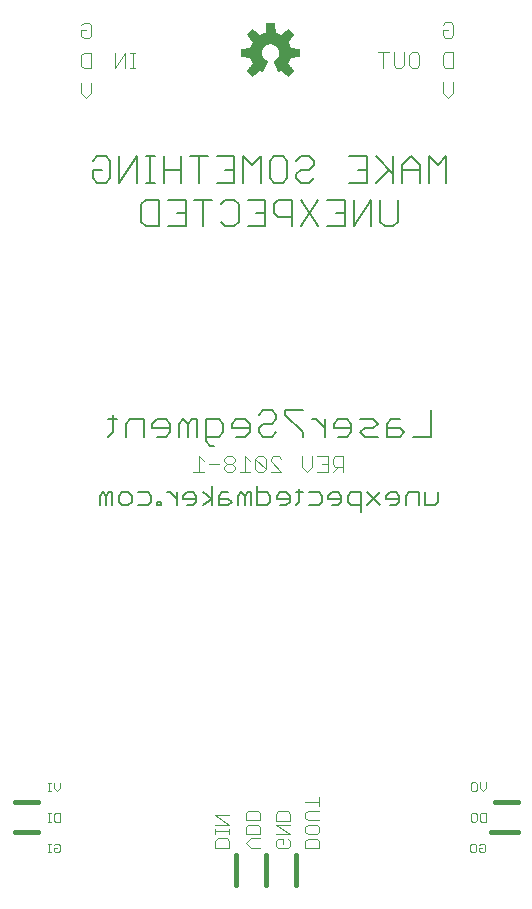
<source format=gbo>
G75*
%MOIN*%
%OFA0B0*%
%FSLAX25Y25*%
%IPPOS*%
%LPD*%
%AMOC8*
5,1,8,0,0,1.08239X$1,22.5*
%
%ADD10C,0.00800*%
%ADD11C,0.00600*%
%ADD12C,0.00400*%
%ADD13C,0.01600*%
%ADD14C,0.00300*%
D10*
X0087800Y0170514D02*
X0086332Y0171982D01*
X0086332Y0179322D01*
X0090736Y0179322D01*
X0092204Y0177854D01*
X0092204Y0174918D01*
X0090736Y0173450D01*
X0086332Y0173450D01*
X0087800Y0170514D02*
X0089268Y0170514D01*
X0083364Y0173450D02*
X0083364Y0179322D01*
X0081897Y0179322D01*
X0080429Y0177854D01*
X0078961Y0179322D01*
X0077493Y0177854D01*
X0077493Y0173450D01*
X0080429Y0173450D02*
X0080429Y0177854D01*
X0074525Y0177854D02*
X0074525Y0174918D01*
X0073057Y0173450D01*
X0070121Y0173450D01*
X0068653Y0176386D02*
X0074525Y0176386D01*
X0074525Y0177854D02*
X0073057Y0179322D01*
X0070121Y0179322D01*
X0068653Y0177854D01*
X0068653Y0176386D01*
X0065685Y0173450D02*
X0065685Y0179322D01*
X0061282Y0179322D01*
X0059814Y0177854D01*
X0059814Y0173450D01*
X0056846Y0179322D02*
X0053910Y0179322D01*
X0055378Y0180790D02*
X0055378Y0174918D01*
X0053910Y0173450D01*
X0095172Y0176386D02*
X0101044Y0176386D01*
X0101044Y0174918D02*
X0101044Y0177854D01*
X0099576Y0179322D01*
X0096640Y0179322D01*
X0095172Y0177854D01*
X0095172Y0176386D01*
X0096640Y0173450D02*
X0099576Y0173450D01*
X0101044Y0174918D01*
X0104011Y0174918D02*
X0105479Y0173450D01*
X0108415Y0173450D01*
X0109883Y0174918D01*
X0108415Y0177854D02*
X0105479Y0177854D01*
X0104011Y0176386D01*
X0104011Y0174918D01*
X0108415Y0177854D02*
X0109883Y0179322D01*
X0109883Y0180790D01*
X0108415Y0182258D01*
X0105479Y0182258D01*
X0104011Y0180790D01*
X0112851Y0180790D02*
X0118723Y0174918D01*
X0118723Y0173450D01*
X0121685Y0179322D02*
X0123153Y0179322D01*
X0126089Y0176386D01*
X0126089Y0173450D02*
X0126089Y0179322D01*
X0129057Y0177854D02*
X0129057Y0176386D01*
X0134929Y0176386D01*
X0134929Y0174918D02*
X0134929Y0177854D01*
X0133461Y0179322D01*
X0130525Y0179322D01*
X0129057Y0177854D01*
X0130525Y0173450D02*
X0133461Y0173450D01*
X0134929Y0174918D01*
X0137896Y0174918D02*
X0139364Y0176386D01*
X0142300Y0176386D01*
X0143768Y0177854D01*
X0142300Y0179322D01*
X0137896Y0179322D01*
X0137896Y0174918D02*
X0139364Y0173450D01*
X0143768Y0173450D01*
X0146736Y0173450D02*
X0146736Y0177854D01*
X0148204Y0179322D01*
X0151140Y0179322D01*
X0151140Y0176386D02*
X0146736Y0176386D01*
X0146736Y0173450D02*
X0151140Y0173450D01*
X0152608Y0174918D01*
X0151140Y0176386D01*
X0155576Y0173450D02*
X0161447Y0173450D01*
X0161447Y0182258D01*
X0148930Y0243750D02*
X0145994Y0243750D01*
X0144526Y0245218D01*
X0144526Y0252558D01*
X0141558Y0252558D02*
X0135687Y0243750D01*
X0135687Y0252558D01*
X0132719Y0252558D02*
X0132719Y0243750D01*
X0126847Y0243750D01*
X0129783Y0248154D02*
X0132719Y0248154D01*
X0132719Y0252558D02*
X0126847Y0252558D01*
X0123879Y0252558D02*
X0118007Y0243750D01*
X0115040Y0243750D02*
X0115040Y0252558D01*
X0110636Y0252558D01*
X0109168Y0251090D01*
X0109168Y0248154D01*
X0110636Y0246686D01*
X0115040Y0246686D01*
X0118007Y0252558D02*
X0123879Y0243750D01*
X0120938Y0258150D02*
X0118002Y0258150D01*
X0116534Y0259618D01*
X0116534Y0261086D01*
X0118002Y0262554D01*
X0120938Y0262554D01*
X0122406Y0264022D01*
X0122406Y0265490D01*
X0120938Y0266958D01*
X0118002Y0266958D01*
X0116534Y0265490D01*
X0113566Y0265490D02*
X0113566Y0259618D01*
X0112098Y0258150D01*
X0109163Y0258150D01*
X0107695Y0259618D01*
X0107695Y0265490D01*
X0109163Y0266958D01*
X0112098Y0266958D01*
X0113566Y0265490D01*
X0104727Y0266958D02*
X0104727Y0258150D01*
X0106200Y0252558D02*
X0100328Y0252558D01*
X0097360Y0251090D02*
X0097360Y0245218D01*
X0095893Y0243750D01*
X0092957Y0243750D01*
X0091489Y0245218D01*
X0091489Y0251090D02*
X0092957Y0252558D01*
X0095893Y0252558D01*
X0097360Y0251090D01*
X0095887Y0258150D02*
X0090016Y0258150D01*
X0092951Y0262554D02*
X0095887Y0262554D01*
X0095887Y0266958D02*
X0095887Y0258150D01*
X0098855Y0258150D02*
X0098855Y0266958D01*
X0101791Y0264022D01*
X0104727Y0266958D01*
X0095887Y0266958D02*
X0090016Y0266958D01*
X0087048Y0266958D02*
X0081176Y0266958D01*
X0078208Y0266958D02*
X0078208Y0258150D01*
X0078208Y0262554D02*
X0072336Y0262554D01*
X0072336Y0266958D02*
X0072336Y0258150D01*
X0069369Y0258150D02*
X0066433Y0258150D01*
X0067901Y0258150D02*
X0067901Y0266958D01*
X0069369Y0266958D02*
X0066433Y0266958D01*
X0063475Y0266958D02*
X0057604Y0258150D01*
X0057604Y0266958D01*
X0054636Y0265490D02*
X0054636Y0259618D01*
X0053168Y0258150D01*
X0050232Y0258150D01*
X0048764Y0259618D01*
X0048764Y0262554D01*
X0051700Y0262554D01*
X0054636Y0265490D02*
X0053168Y0266958D01*
X0050232Y0266958D01*
X0048764Y0265490D01*
X0063475Y0266958D02*
X0063475Y0258150D01*
X0066438Y0252558D02*
X0070842Y0252558D01*
X0070842Y0243750D01*
X0066438Y0243750D01*
X0064970Y0245218D01*
X0064970Y0251090D01*
X0066438Y0252558D01*
X0073810Y0252558D02*
X0079681Y0252558D01*
X0079681Y0243750D01*
X0073810Y0243750D01*
X0076745Y0248154D02*
X0079681Y0248154D01*
X0082649Y0252558D02*
X0088521Y0252558D01*
X0085585Y0252558D02*
X0085585Y0243750D01*
X0084112Y0258150D02*
X0084112Y0266958D01*
X0100328Y0243750D02*
X0106200Y0243750D01*
X0106200Y0252558D01*
X0106200Y0248154D02*
X0103264Y0248154D01*
X0120938Y0258150D02*
X0122406Y0259618D01*
X0134213Y0258150D02*
X0140085Y0258150D01*
X0140085Y0266958D01*
X0134213Y0266958D01*
X0137149Y0262554D02*
X0140085Y0262554D01*
X0143053Y0258150D02*
X0147457Y0262554D01*
X0148925Y0261086D02*
X0143053Y0266958D01*
X0148925Y0266958D02*
X0148925Y0258150D01*
X0151892Y0258150D02*
X0151892Y0264022D01*
X0154828Y0266958D01*
X0157764Y0264022D01*
X0157764Y0258150D01*
X0160732Y0258150D02*
X0160732Y0266958D01*
X0163668Y0264022D01*
X0166604Y0266958D01*
X0166604Y0258150D01*
X0157764Y0262554D02*
X0151892Y0262554D01*
X0150398Y0252558D02*
X0150398Y0245218D01*
X0148930Y0243750D01*
X0141558Y0243750D02*
X0141558Y0252558D01*
X0118723Y0182258D02*
X0112851Y0182258D01*
X0112851Y0180790D01*
D11*
X0103641Y0157055D02*
X0103641Y0150650D01*
X0106844Y0150650D01*
X0107911Y0151718D01*
X0107911Y0153853D01*
X0106844Y0154920D01*
X0103641Y0154920D01*
X0101466Y0154920D02*
X0101466Y0150650D01*
X0099331Y0150650D02*
X0099331Y0153853D01*
X0098263Y0154920D01*
X0097196Y0153853D01*
X0097196Y0150650D01*
X0095020Y0151718D02*
X0093953Y0152785D01*
X0090750Y0152785D01*
X0090750Y0153853D02*
X0090750Y0150650D01*
X0093953Y0150650D01*
X0095020Y0151718D01*
X0093953Y0154920D02*
X0091818Y0154920D01*
X0090750Y0153853D01*
X0088575Y0152785D02*
X0085372Y0154920D01*
X0083204Y0153853D02*
X0083204Y0151718D01*
X0082136Y0150650D01*
X0080001Y0150650D01*
X0078933Y0152785D02*
X0078933Y0153853D01*
X0080001Y0154920D01*
X0082136Y0154920D01*
X0083204Y0153853D01*
X0083204Y0152785D02*
X0078933Y0152785D01*
X0076758Y0152785D02*
X0074623Y0154920D01*
X0073556Y0154920D01*
X0076758Y0154920D02*
X0076758Y0150650D01*
X0071387Y0150650D02*
X0070319Y0150650D01*
X0070319Y0151718D01*
X0071387Y0151718D01*
X0071387Y0150650D01*
X0068164Y0151718D02*
X0067097Y0150650D01*
X0063894Y0150650D01*
X0061719Y0151718D02*
X0061719Y0153853D01*
X0060651Y0154920D01*
X0058516Y0154920D01*
X0057448Y0153853D01*
X0057448Y0151718D01*
X0058516Y0150650D01*
X0060651Y0150650D01*
X0061719Y0151718D01*
X0063894Y0154920D02*
X0067097Y0154920D01*
X0068164Y0153853D01*
X0068164Y0151718D01*
X0055273Y0150650D02*
X0055273Y0154920D01*
X0054206Y0154920D01*
X0053138Y0153853D01*
X0052071Y0154920D01*
X0051003Y0153853D01*
X0051003Y0150650D01*
X0053138Y0150650D02*
X0053138Y0153853D01*
X0085372Y0150650D02*
X0088575Y0152785D01*
X0088575Y0150650D02*
X0088575Y0157055D01*
X0099331Y0153853D02*
X0100398Y0154920D01*
X0101466Y0154920D01*
X0110087Y0153853D02*
X0110087Y0152785D01*
X0114357Y0152785D01*
X0114357Y0151718D02*
X0114357Y0153853D01*
X0113289Y0154920D01*
X0111154Y0154920D01*
X0110087Y0153853D01*
X0111154Y0150650D02*
X0113289Y0150650D01*
X0114357Y0151718D01*
X0116519Y0150650D02*
X0117586Y0151718D01*
X0117586Y0155988D01*
X0116519Y0154920D02*
X0118654Y0154920D01*
X0120829Y0154920D02*
X0124032Y0154920D01*
X0125099Y0153853D01*
X0125099Y0151718D01*
X0124032Y0150650D01*
X0120829Y0150650D01*
X0127275Y0152785D02*
X0131545Y0152785D01*
X0131545Y0151718D02*
X0131545Y0153853D01*
X0130477Y0154920D01*
X0128342Y0154920D01*
X0127275Y0153853D01*
X0127275Y0152785D01*
X0128342Y0150650D02*
X0130477Y0150650D01*
X0131545Y0151718D01*
X0133720Y0151718D02*
X0133720Y0153853D01*
X0134788Y0154920D01*
X0137990Y0154920D01*
X0137990Y0148515D01*
X0137990Y0150650D02*
X0134788Y0150650D01*
X0133720Y0151718D01*
X0140166Y0150650D02*
X0144436Y0154920D01*
X0146611Y0153853D02*
X0146611Y0152785D01*
X0150881Y0152785D01*
X0150881Y0151718D02*
X0150881Y0153853D01*
X0149814Y0154920D01*
X0147679Y0154920D01*
X0146611Y0153853D01*
X0147679Y0150650D02*
X0149814Y0150650D01*
X0150881Y0151718D01*
X0153057Y0150650D02*
X0153057Y0153853D01*
X0154124Y0154920D01*
X0157327Y0154920D01*
X0157327Y0150650D01*
X0159502Y0150650D02*
X0159502Y0154920D01*
X0159502Y0150650D02*
X0162705Y0150650D01*
X0163772Y0151718D01*
X0163772Y0154920D01*
X0144436Y0150650D02*
X0140166Y0154920D01*
D12*
X0132182Y0161800D02*
X0132182Y0167004D01*
X0129580Y0167004D01*
X0128712Y0166137D01*
X0128712Y0164402D01*
X0129580Y0163535D01*
X0132182Y0163535D01*
X0130447Y0163535D02*
X0128712Y0161800D01*
X0127026Y0161800D02*
X0123556Y0161800D01*
X0121869Y0163535D02*
X0120134Y0161800D01*
X0118400Y0163535D01*
X0118400Y0167004D01*
X0121869Y0167004D02*
X0121869Y0163535D01*
X0123556Y0167004D02*
X0127026Y0167004D01*
X0127026Y0161800D01*
X0127026Y0164402D02*
X0125291Y0164402D01*
X0111556Y0166137D02*
X0110689Y0167004D01*
X0108954Y0167004D01*
X0108087Y0166137D01*
X0108087Y0165270D01*
X0111556Y0161800D01*
X0108087Y0161800D01*
X0106400Y0162667D02*
X0106400Y0166137D01*
X0105533Y0167004D01*
X0103798Y0167004D01*
X0102930Y0166137D01*
X0106400Y0162667D01*
X0105533Y0161800D01*
X0103798Y0161800D01*
X0102930Y0162667D01*
X0102930Y0166137D01*
X0101244Y0165270D02*
X0099509Y0167004D01*
X0099509Y0161800D01*
X0101244Y0161800D02*
X0097774Y0161800D01*
X0096087Y0162667D02*
X0096087Y0163535D01*
X0095220Y0164402D01*
X0093485Y0164402D01*
X0092618Y0163535D01*
X0092618Y0162667D01*
X0093485Y0161800D01*
X0095220Y0161800D01*
X0096087Y0162667D01*
X0095220Y0164402D02*
X0096087Y0165270D01*
X0096087Y0166137D01*
X0095220Y0167004D01*
X0093485Y0167004D01*
X0092618Y0166137D01*
X0092618Y0165270D01*
X0093485Y0164402D01*
X0090931Y0164402D02*
X0087461Y0164402D01*
X0085774Y0165270D02*
X0084040Y0167004D01*
X0084040Y0161800D01*
X0085774Y0161800D02*
X0082305Y0161800D01*
X0124254Y0053332D02*
X0124254Y0050263D01*
X0124254Y0051798D02*
X0119650Y0051798D01*
X0120417Y0048728D02*
X0119650Y0047961D01*
X0119650Y0046426D01*
X0120417Y0045659D01*
X0124254Y0045659D01*
X0123486Y0044124D02*
X0124254Y0043357D01*
X0124254Y0041822D01*
X0123486Y0041055D01*
X0120417Y0041055D01*
X0119650Y0041822D01*
X0119650Y0043357D01*
X0120417Y0044124D01*
X0123486Y0044124D01*
X0124254Y0048728D02*
X0120417Y0048728D01*
X0114454Y0047861D02*
X0114454Y0045559D01*
X0109850Y0045559D01*
X0109850Y0047861D01*
X0110617Y0048628D01*
X0113686Y0048628D01*
X0114454Y0047861D01*
X0114454Y0044024D02*
X0109850Y0044024D01*
X0114454Y0040955D01*
X0109850Y0040955D01*
X0110617Y0039420D02*
X0112152Y0039420D01*
X0112152Y0037886D01*
X0113686Y0039420D02*
X0114454Y0038653D01*
X0114454Y0037118D01*
X0113686Y0036351D01*
X0110617Y0036351D01*
X0109850Y0037118D01*
X0109850Y0038653D01*
X0110617Y0039420D01*
X0104454Y0039620D02*
X0101384Y0039620D01*
X0099850Y0038086D01*
X0101384Y0036551D01*
X0104454Y0036551D01*
X0104454Y0041155D02*
X0099850Y0041155D01*
X0099850Y0043457D01*
X0100617Y0044224D01*
X0103686Y0044224D01*
X0104454Y0043457D01*
X0104454Y0041155D01*
X0104454Y0045759D02*
X0104454Y0048061D01*
X0103686Y0048828D01*
X0100617Y0048828D01*
X0099850Y0048061D01*
X0099850Y0045759D01*
X0104454Y0045759D01*
X0094254Y0044224D02*
X0089650Y0047294D01*
X0094254Y0047294D01*
X0094254Y0044224D02*
X0089650Y0044224D01*
X0089650Y0042690D02*
X0089650Y0041155D01*
X0089650Y0041922D02*
X0094254Y0041922D01*
X0094254Y0041155D02*
X0094254Y0042690D01*
X0093486Y0039620D02*
X0090417Y0039620D01*
X0089650Y0038853D01*
X0089650Y0036551D01*
X0094254Y0036551D01*
X0094254Y0038853D01*
X0093486Y0039620D01*
X0119650Y0038753D02*
X0119650Y0036451D01*
X0124254Y0036451D01*
X0124254Y0038753D01*
X0123486Y0039520D01*
X0120417Y0039520D01*
X0119650Y0038753D01*
X0167165Y0286500D02*
X0165430Y0288235D01*
X0165430Y0291704D01*
X0168900Y0291704D02*
X0168900Y0288235D01*
X0167165Y0286500D01*
X0166298Y0296500D02*
X0165430Y0297367D01*
X0165430Y0300837D01*
X0166298Y0301704D01*
X0168900Y0301704D01*
X0168900Y0296500D01*
X0166298Y0296500D01*
X0166298Y0306500D02*
X0165430Y0307367D01*
X0165430Y0309102D01*
X0167165Y0309102D01*
X0168900Y0307367D02*
X0168033Y0306500D01*
X0166298Y0306500D01*
X0168900Y0307367D02*
X0168900Y0310837D01*
X0168033Y0311704D01*
X0166298Y0311704D01*
X0165430Y0310837D01*
X0156783Y0301704D02*
X0157650Y0300837D01*
X0157650Y0297367D01*
X0156783Y0296500D01*
X0155048Y0296500D01*
X0154180Y0297367D01*
X0154180Y0300837D01*
X0155048Y0301704D01*
X0156783Y0301704D01*
X0152494Y0301704D02*
X0152494Y0297367D01*
X0151626Y0296500D01*
X0149891Y0296500D01*
X0149024Y0297367D01*
X0149024Y0301704D01*
X0147337Y0301704D02*
X0143868Y0301704D01*
X0145602Y0301704D02*
X0145602Y0296500D01*
X0062944Y0296350D02*
X0061209Y0296350D01*
X0062077Y0296350D02*
X0062077Y0301554D01*
X0062944Y0301554D02*
X0061209Y0301554D01*
X0059506Y0301554D02*
X0056037Y0296350D01*
X0056037Y0301554D01*
X0059506Y0301554D02*
X0059506Y0296350D01*
X0048256Y0296350D02*
X0045654Y0296350D01*
X0044787Y0297217D01*
X0044787Y0300687D01*
X0045654Y0301554D01*
X0048256Y0301554D01*
X0048256Y0296350D01*
X0048256Y0291554D02*
X0048256Y0288085D01*
X0046522Y0286350D01*
X0044787Y0288085D01*
X0044787Y0291554D01*
X0045654Y0306350D02*
X0044787Y0307217D01*
X0044787Y0308952D01*
X0046522Y0308952D01*
X0048256Y0307217D02*
X0047389Y0306350D01*
X0045654Y0306350D01*
X0048256Y0307217D02*
X0048256Y0310687D01*
X0047389Y0311554D01*
X0045654Y0311554D01*
X0044787Y0310687D01*
D13*
X0030350Y0041600D02*
X0022850Y0041600D01*
X0022850Y0051600D02*
X0030350Y0051600D01*
X0096600Y0034100D02*
X0096600Y0024100D01*
X0106600Y0024100D02*
X0106600Y0034100D01*
X0116600Y0034100D02*
X0116600Y0024100D01*
X0181600Y0041600D02*
X0190350Y0041600D01*
X0190350Y0051600D02*
X0182850Y0051600D01*
D14*
X0179699Y0048102D02*
X0179699Y0045200D01*
X0178248Y0045200D01*
X0177764Y0045683D01*
X0177764Y0047618D01*
X0178248Y0048102D01*
X0179699Y0048102D01*
X0176752Y0047618D02*
X0176752Y0045683D01*
X0176269Y0045200D01*
X0175301Y0045200D01*
X0174817Y0045683D01*
X0174817Y0047618D01*
X0175301Y0048102D01*
X0176269Y0048102D01*
X0176752Y0047618D01*
X0176269Y0055350D02*
X0175301Y0055350D01*
X0174817Y0055833D01*
X0174817Y0057768D01*
X0175301Y0058252D01*
X0176269Y0058252D01*
X0176752Y0057768D01*
X0176752Y0055833D01*
X0176269Y0055350D01*
X0177764Y0056317D02*
X0177764Y0058252D01*
X0179699Y0058252D02*
X0179699Y0056317D01*
X0178731Y0055350D01*
X0177764Y0056317D01*
X0178048Y0037852D02*
X0177564Y0037368D01*
X0178048Y0037852D02*
X0179015Y0037852D01*
X0179499Y0037368D01*
X0179499Y0035433D01*
X0179015Y0034950D01*
X0178048Y0034950D01*
X0177564Y0035433D01*
X0177564Y0036401D01*
X0178531Y0036401D01*
X0176552Y0037368D02*
X0176552Y0035433D01*
X0176069Y0034950D01*
X0175101Y0034950D01*
X0174617Y0035433D01*
X0174617Y0037368D01*
X0175101Y0037852D01*
X0176069Y0037852D01*
X0176552Y0037368D01*
X0037660Y0037368D02*
X0037660Y0035433D01*
X0037176Y0034950D01*
X0036208Y0034950D01*
X0035725Y0035433D01*
X0035725Y0036401D01*
X0036692Y0036401D01*
X0035725Y0037368D02*
X0036208Y0037852D01*
X0037176Y0037852D01*
X0037660Y0037368D01*
X0034713Y0037852D02*
X0033746Y0037852D01*
X0034229Y0037852D02*
X0034229Y0034950D01*
X0033746Y0034950D02*
X0034713Y0034950D01*
X0034713Y0045100D02*
X0033746Y0045100D01*
X0034229Y0045100D02*
X0034229Y0048002D01*
X0033746Y0048002D02*
X0034713Y0048002D01*
X0035725Y0047518D02*
X0036208Y0048002D01*
X0037660Y0048002D01*
X0037660Y0045100D01*
X0036208Y0045100D01*
X0035725Y0045583D01*
X0035725Y0047518D01*
X0034763Y0055300D02*
X0033796Y0055300D01*
X0034279Y0055300D02*
X0034279Y0058202D01*
X0033796Y0058202D02*
X0034763Y0058202D01*
X0035775Y0058202D02*
X0035775Y0056267D01*
X0036742Y0055300D01*
X0037710Y0056267D01*
X0037710Y0058202D01*
X0101790Y0293844D02*
X0100094Y0295540D01*
X0102111Y0298014D01*
X0101598Y0299011D01*
X0101257Y0300078D01*
X0098081Y0300400D01*
X0098081Y0302800D01*
X0101257Y0303122D01*
X0101598Y0304189D01*
X0102111Y0305186D01*
X0100094Y0307660D01*
X0101790Y0309356D01*
X0104264Y0307339D01*
X0105261Y0307852D01*
X0106328Y0308193D01*
X0106650Y0311369D01*
X0109050Y0311369D01*
X0109372Y0308193D01*
X0110439Y0307852D01*
X0111436Y0307339D01*
X0113910Y0309356D01*
X0115606Y0307660D01*
X0113589Y0305186D01*
X0114102Y0304189D01*
X0114443Y0303122D01*
X0117619Y0302800D01*
X0117619Y0300400D01*
X0114443Y0300078D01*
X0114102Y0299011D01*
X0113589Y0298014D01*
X0115606Y0295540D01*
X0113910Y0293844D01*
X0111436Y0295861D01*
X0110440Y0295348D01*
X0109027Y0298758D01*
X0109559Y0299042D01*
X0110025Y0299425D01*
X0110408Y0299891D01*
X0110692Y0300423D01*
X0110867Y0301000D01*
X0110926Y0301600D01*
X0110861Y0302228D01*
X0110669Y0302830D01*
X0110359Y0303380D01*
X0109942Y0303855D01*
X0109438Y0304235D01*
X0108866Y0304503D01*
X0108252Y0304650D01*
X0107620Y0304667D01*
X0106999Y0304556D01*
X0106413Y0304320D01*
X0105888Y0303969D01*
X0105445Y0303518D01*
X0105104Y0302986D01*
X0104879Y0302396D01*
X0104779Y0301773D01*
X0104808Y0301142D01*
X0104966Y0300530D01*
X0105246Y0299964D01*
X0105635Y0299466D01*
X0106117Y0299059D01*
X0106673Y0298758D01*
X0105260Y0295348D01*
X0104264Y0295861D01*
X0101790Y0293844D01*
X0101715Y0293919D02*
X0101882Y0293919D01*
X0102248Y0294217D02*
X0101417Y0294217D01*
X0101118Y0294516D02*
X0102614Y0294516D01*
X0102980Y0294814D02*
X0100820Y0294814D01*
X0100521Y0295113D02*
X0103346Y0295113D01*
X0103712Y0295411D02*
X0100223Y0295411D01*
X0100232Y0295710D02*
X0104078Y0295710D01*
X0104558Y0295710D02*
X0105410Y0295710D01*
X0105534Y0296008D02*
X0100476Y0296008D01*
X0100719Y0296307D02*
X0105657Y0296307D01*
X0105781Y0296605D02*
X0100963Y0296605D01*
X0101206Y0296904D02*
X0105905Y0296904D01*
X0106028Y0297202D02*
X0101450Y0297202D01*
X0101693Y0297501D02*
X0106152Y0297501D01*
X0106276Y0297799D02*
X0101936Y0297799D01*
X0102068Y0298098D02*
X0106399Y0298098D01*
X0106523Y0298396D02*
X0101915Y0298396D01*
X0101761Y0298695D02*
X0106647Y0298695D01*
X0106238Y0298994D02*
X0101607Y0298994D01*
X0101508Y0299292D02*
X0105841Y0299292D01*
X0105537Y0299591D02*
X0101413Y0299591D01*
X0101317Y0299889D02*
X0105304Y0299889D01*
X0105135Y0300188D02*
X0100177Y0300188D01*
X0098081Y0300486D02*
X0104988Y0300486D01*
X0104901Y0300785D02*
X0098081Y0300785D01*
X0098081Y0301083D02*
X0104824Y0301083D01*
X0104797Y0301382D02*
X0098081Y0301382D01*
X0098081Y0301680D02*
X0104783Y0301680D01*
X0104812Y0301979D02*
X0098081Y0301979D01*
X0098081Y0302277D02*
X0104860Y0302277D01*
X0104947Y0302576D02*
X0098081Y0302576D01*
X0098815Y0302874D02*
X0105061Y0302874D01*
X0105224Y0303173D02*
X0101273Y0303173D01*
X0101368Y0303471D02*
X0105415Y0303471D01*
X0105692Y0303770D02*
X0101464Y0303770D01*
X0101559Y0304068D02*
X0106037Y0304068D01*
X0106530Y0304367D02*
X0101690Y0304367D01*
X0101843Y0304665D02*
X0107609Y0304665D01*
X0107695Y0304665D02*
X0113857Y0304665D01*
X0114010Y0304367D02*
X0109157Y0304367D01*
X0109659Y0304068D02*
X0114140Y0304068D01*
X0114236Y0303770D02*
X0110017Y0303770D01*
X0110279Y0303471D02*
X0114332Y0303471D01*
X0114427Y0303173D02*
X0110476Y0303173D01*
X0110644Y0302874D02*
X0116885Y0302874D01*
X0117619Y0302576D02*
X0110750Y0302576D01*
X0110846Y0302277D02*
X0117619Y0302277D01*
X0117619Y0301979D02*
X0110887Y0301979D01*
X0110918Y0301680D02*
X0117619Y0301680D01*
X0117619Y0301382D02*
X0110904Y0301382D01*
X0110875Y0301083D02*
X0117619Y0301083D01*
X0117619Y0300785D02*
X0110802Y0300785D01*
X0110711Y0300486D02*
X0117619Y0300486D01*
X0115523Y0300188D02*
X0110566Y0300188D01*
X0110406Y0299889D02*
X0114383Y0299889D01*
X0114287Y0299591D02*
X0110161Y0299591D01*
X0109863Y0299292D02*
X0114192Y0299292D01*
X0114093Y0298994D02*
X0109467Y0298994D01*
X0109053Y0298695D02*
X0113939Y0298695D01*
X0113785Y0298396D02*
X0109177Y0298396D01*
X0109301Y0298098D02*
X0113632Y0298098D01*
X0113764Y0297799D02*
X0109424Y0297799D01*
X0109548Y0297501D02*
X0114007Y0297501D01*
X0114250Y0297202D02*
X0109672Y0297202D01*
X0109795Y0296904D02*
X0114494Y0296904D01*
X0114737Y0296605D02*
X0109919Y0296605D01*
X0110043Y0296307D02*
X0114981Y0296307D01*
X0115224Y0296008D02*
X0110166Y0296008D01*
X0110290Y0295710D02*
X0111142Y0295710D01*
X0111622Y0295710D02*
X0115467Y0295710D01*
X0115477Y0295411D02*
X0111988Y0295411D01*
X0112354Y0295113D02*
X0115179Y0295113D01*
X0114880Y0294814D02*
X0112720Y0294814D01*
X0113086Y0294516D02*
X0114582Y0294516D01*
X0114283Y0294217D02*
X0113452Y0294217D01*
X0113818Y0293919D02*
X0113985Y0293919D01*
X0110563Y0295411D02*
X0110414Y0295411D01*
X0105286Y0295411D02*
X0105137Y0295411D01*
X0101997Y0304964D02*
X0113703Y0304964D01*
X0113651Y0305262D02*
X0102049Y0305262D01*
X0101806Y0305561D02*
X0113894Y0305561D01*
X0114138Y0305859D02*
X0101562Y0305859D01*
X0101319Y0306158D02*
X0114381Y0306158D01*
X0114625Y0306456D02*
X0101075Y0306456D01*
X0100832Y0306755D02*
X0114868Y0306755D01*
X0115111Y0307053D02*
X0100589Y0307053D01*
X0100345Y0307352D02*
X0104248Y0307352D01*
X0104290Y0307352D02*
X0111410Y0307352D01*
X0111452Y0307352D02*
X0115355Y0307352D01*
X0115598Y0307650D02*
X0111818Y0307650D01*
X0112184Y0307949D02*
X0115317Y0307949D01*
X0115018Y0308247D02*
X0112550Y0308247D01*
X0112916Y0308546D02*
X0114720Y0308546D01*
X0114421Y0308844D02*
X0113283Y0308844D01*
X0113649Y0309143D02*
X0114123Y0309143D01*
X0110830Y0307650D02*
X0104870Y0307650D01*
X0105564Y0307949D02*
X0110136Y0307949D01*
X0109367Y0308247D02*
X0106333Y0308247D01*
X0106364Y0308546D02*
X0109336Y0308546D01*
X0109306Y0308844D02*
X0106394Y0308844D01*
X0106424Y0309143D02*
X0109276Y0309143D01*
X0109245Y0309441D02*
X0106455Y0309441D01*
X0106485Y0309740D02*
X0109215Y0309740D01*
X0109185Y0310038D02*
X0106515Y0310038D01*
X0106546Y0310337D02*
X0109154Y0310337D01*
X0109124Y0310635D02*
X0106576Y0310635D01*
X0106606Y0310934D02*
X0109094Y0310934D01*
X0109063Y0311232D02*
X0106637Y0311232D01*
X0103882Y0307650D02*
X0100102Y0307650D01*
X0100383Y0307949D02*
X0103516Y0307949D01*
X0103150Y0308247D02*
X0100682Y0308247D01*
X0100980Y0308546D02*
X0102784Y0308546D01*
X0102417Y0308844D02*
X0101279Y0308844D01*
X0101577Y0309143D02*
X0102051Y0309143D01*
M02*

</source>
